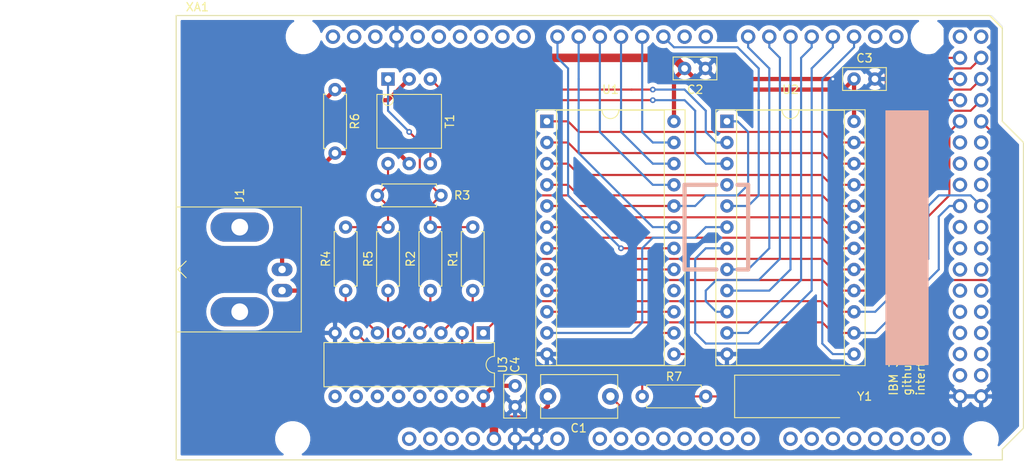
<source format=kicad_pcb>
(kicad_pcb (version 20171130) (host pcbnew 5.1.4)
  (layers (0 F.Cu signal) (31 B.Cu signal) (34 B.Paste user) (35 F.Paste user) (36 B.SilkS user) (37 F.SilkS user) (38 B.Mask user) (39 F.Mask user) (44 Edge.Cuts user))
  (net 0 "")
  (net 1 "Net-(C1-Pad1)")
  (net 2 "Net-(J1-Pad2)")
  (net 3 "Net-(J1-Pad1)")
  (net 4 D2)
  (net 5 D3)
  (net 6 D4)
  (net 7 D5)
  (net 8 D6)
  (net 9 D7)
  (net 10 D8)
  (net 11 D9)
  (net 12 D10)
  (net 13 D11)
  (net 14 GND)
  (net 15 "Net-(R1-Pad2)")
  (net 16 "Net-(R1-Pad1)")
  (net 17 "Net-(R2-Pad1)")
  (net 18 "Net-(R3-Pad2)")
  (net 19 "Net-(R4-Pad1)")
  (net 20 "Net-(R5-Pad1)")
  (net 21 "Net-(R7-Pad1)")
  (net 22 "Net-(T1-Pad5)")
  (net 23 "Net-(T1-Pad6)")
  (net 24 "Net-(U1-Pad13)")
  (net 25 "Net-(U1-Pad15)")
  (net 26 "Net-(U1-Pad17)")
  (net 27 "Net-(U1-Pad20)")
  (net 28 "Net-(U1-Pad11)")
  (net 29 TX19)
  (net 30 TX21)
  (net 31 TX22)
  (net 32 TX23)
  (net 33 RX11)
  (net 34 RX10)
  (net 35 RX9)
  (net 36 RX8)
  (net 37 RX7)
  (net 38 RX5)
  (net 39 RX13)
  (net 40 +5V)
  (net 41 TX18)
  (module arduino:Arduino_Mega2560_Shield (layer F.Cu) (at 143.51 71.12)
    (fp_text reference XA1 (at 2.54 -54.356) (layer F.SilkS))
    (fp_text value Arduino_Mega2560_Shield)
    (pad GND6 thru_hole oval (at 96.52 -7.62) (size 1.7272 1.7272) (drill 1.016) (layers *.Cu *.Mask) (net 14 GND))
    (pad GND5 thru_hole oval (at 93.98 -7.62) (size 1.7272 1.7272) (drill 1.016) (layers *.Cu *.Mask) (net 14 GND))
    (pad D53 thru_hole oval (at 96.52 -10.16) (size 1.7272 1.7272) (drill 1.016) (layers *.Cu *.Mask))
    (pad D52 thru_hole oval (at 93.98 -10.16) (size 1.7272 1.7272) (drill 1.016) (layers *.Cu *.Mask))
    (pad D51 thru_hole oval (at 96.52 -12.7) (size 1.7272 1.7272) (drill 1.016) (layers *.Cu *.Mask))
    (pad D50 thru_hole oval (at 93.98 -12.7) (size 1.7272 1.7272) (drill 1.016) (layers *.Cu *.Mask))
    (pad D49 thru_hole oval (at 96.52 -15.24) (size 1.7272 1.7272) (drill 1.016) (layers *.Cu *.Mask))
    (pad D48 thru_hole oval (at 93.98 -15.24) (size 1.7272 1.7272) (drill 1.016) (layers *.Cu *.Mask))
    (pad D47 thru_hole oval (at 96.52 -17.78) (size 1.7272 1.7272) (drill 1.016) (layers *.Cu *.Mask))
    (pad D46 thru_hole oval (at 93.98 -17.78) (size 1.7272 1.7272) (drill 1.016) (layers *.Cu *.Mask))
    (pad D45 thru_hole oval (at 96.52 -20.32) (size 1.7272 1.7272) (drill 1.016) (layers *.Cu *.Mask))
    (pad D44 thru_hole oval (at 93.98 -20.32) (size 1.7272 1.7272) (drill 1.016) (layers *.Cu *.Mask))
    (pad D43 thru_hole oval (at 96.52 -22.86) (size 1.7272 1.7272) (drill 1.016) (layers *.Cu *.Mask))
    (pad D42 thru_hole oval (at 93.98 -22.86) (size 1.7272 1.7272) (drill 1.016) (layers *.Cu *.Mask))
    (pad D41 thru_hole oval (at 96.52 -25.4) (size 1.7272 1.7272) (drill 1.016) (layers *.Cu *.Mask))
    (pad D40 thru_hole oval (at 93.98 -25.4) (size 1.7272 1.7272) (drill 1.016) (layers *.Cu *.Mask))
    (pad D39 thru_hole oval (at 96.52 -27.94) (size 1.7272 1.7272) (drill 1.016) (layers *.Cu *.Mask))
    (pad D38 thru_hole oval (at 93.98 -27.94) (size 1.7272 1.7272) (drill 1.016) (layers *.Cu *.Mask))
    (pad D37 thru_hole oval (at 96.52 -30.48) (size 1.7272 1.7272) (drill 1.016) (layers *.Cu *.Mask) (net 5 D3))
    (pad D36 thru_hole oval (at 93.98 -30.48) (size 1.7272 1.7272) (drill 1.016) (layers *.Cu *.Mask) (net 4 D2))
    (pad D35 thru_hole oval (at 96.52 -33.02) (size 1.7272 1.7272) (drill 1.016) (layers *.Cu *.Mask))
    (pad D34 thru_hole oval (at 93.98 -33.02) (size 1.7272 1.7272) (drill 1.016) (layers *.Cu *.Mask))
    (pad D33 thru_hole oval (at 96.52 -35.56) (size 1.7272 1.7272) (drill 1.016) (layers *.Cu *.Mask))
    (pad D32 thru_hole oval (at 93.98 -35.56) (size 1.7272 1.7272) (drill 1.016) (layers *.Cu *.Mask))
    (pad D31 thru_hole oval (at 96.52 -38.1) (size 1.7272 1.7272) (drill 1.016) (layers *.Cu *.Mask))
    (pad D30 thru_hole oval (at 93.98 -38.1) (size 1.7272 1.7272) (drill 1.016) (layers *.Cu *.Mask))
    (pad D29 thru_hole oval (at 96.52 -40.64) (size 1.7272 1.7272) (drill 1.016) (layers *.Cu *.Mask) (net 6 D4))
    (pad D28 thru_hole oval (at 93.98 -40.64) (size 1.7272 1.7272) (drill 1.016) (layers *.Cu *.Mask) (net 7 D5))
    (pad D27 thru_hole oval (at 96.52 -43.18) (size 1.7272 1.7272) (drill 1.016) (layers *.Cu *.Mask) (net 8 D6))
    (pad D26 thru_hole oval (at 93.98 -43.18) (size 1.7272 1.7272) (drill 1.016) (layers *.Cu *.Mask) (net 9 D7))
    (pad D25 thru_hole oval (at 96.52 -45.72) (size 1.7272 1.7272) (drill 1.016) (layers *.Cu *.Mask) (net 10 D8))
    (pad D24 thru_hole oval (at 93.98 -45.72) (size 1.7272 1.7272) (drill 1.016) (layers *.Cu *.Mask) (net 11 D9))
    (pad D23 thru_hole oval (at 96.52 -48.26) (size 1.7272 1.7272) (drill 1.016) (layers *.Cu *.Mask) (net 12 D10))
    (pad D22 thru_hole oval (at 93.98 -48.26) (size 1.7272 1.7272) (drill 1.016) (layers *.Cu *.Mask) (net 13 D11))
    (pad 5V4 thru_hole oval (at 96.52 -50.8) (size 1.7272 1.7272) (drill 1.016) (layers *.Cu *.Mask))
    (pad 5V3 thru_hole oval (at 93.98 -50.8) (size 1.7272 1.7272) (drill 1.016) (layers *.Cu *.Mask))
    (pad A15 thru_hole oval (at 91.44 -2.54) (size 1.7272 1.7272) (drill 1.016) (layers *.Cu *.Mask))
    (pad A14 thru_hole oval (at 88.9 -2.54) (size 1.7272 1.7272) (drill 1.016) (layers *.Cu *.Mask))
    (pad A13 thru_hole oval (at 86.36 -2.54) (size 1.7272 1.7272) (drill 1.016) (layers *.Cu *.Mask))
    (pad A12 thru_hole oval (at 83.82 -2.54) (size 1.7272 1.7272) (drill 1.016) (layers *.Cu *.Mask))
    (pad A11 thru_hole oval (at 81.28 -2.54) (size 1.7272 1.7272) (drill 1.016) (layers *.Cu *.Mask))
    (pad A10 thru_hole oval (at 78.74 -2.54) (size 1.7272 1.7272) (drill 1.016) (layers *.Cu *.Mask))
    (pad A9 thru_hole oval (at 76.2 -2.54) (size 1.7272 1.7272) (drill 1.016) (layers *.Cu *.Mask))
    (pad A8 thru_hole oval (at 73.66 -2.54) (size 1.7272 1.7272) (drill 1.016) (layers *.Cu *.Mask))
    (pad A7 thru_hole oval (at 68.58 -2.54) (size 1.7272 1.7272) (drill 1.016) (layers *.Cu *.Mask))
    (pad A6 thru_hole oval (at 66.04 -2.54) (size 1.7272 1.7272) (drill 1.016) (layers *.Cu *.Mask))
    (pad A5 thru_hole oval (at 63.5 -2.54) (size 1.7272 1.7272) (drill 1.016) (layers *.Cu *.Mask))
    (pad A4 thru_hole oval (at 60.96 -2.54) (size 1.7272 1.7272) (drill 1.016) (layers *.Cu *.Mask))
    (pad A3 thru_hole oval (at 58.42 -2.54) (size 1.7272 1.7272) (drill 1.016) (layers *.Cu *.Mask))
    (pad A2 thru_hole oval (at 55.88 -2.54) (size 1.7272 1.7272) (drill 1.016) (layers *.Cu *.Mask))
    (pad A1 thru_hole oval (at 53.34 -2.54) (size 1.7272 1.7272) (drill 1.016) (layers *.Cu *.Mask))
    (pad "" thru_hole oval (at 27.94 -2.54) (size 1.7272 1.7272) (drill 1.016) (layers *.Cu *.Mask))
    (pad D11 thru_hole oval (at 34.036 -50.8) (size 1.7272 1.7272) (drill 1.016) (layers *.Cu *.Mask))
    (pad D12 thru_hole oval (at 31.496 -50.8) (size 1.7272 1.7272) (drill 1.016) (layers *.Cu *.Mask))
    (pad D13 thru_hole oval (at 28.956 -50.8) (size 1.7272 1.7272) (drill 1.016) (layers *.Cu *.Mask))
    (pad AREF thru_hole oval (at 23.876 -50.8) (size 1.7272 1.7272) (drill 1.016) (layers *.Cu *.Mask))
    (pad SDA thru_hole oval (at 21.336 -50.8) (size 1.7272 1.7272) (drill 1.016) (layers *.Cu *.Mask))
    (pad SCL thru_hole oval (at 18.796 -50.8) (size 1.7272 1.7272) (drill 1.016) (layers *.Cu *.Mask))
    (pad "" np_thru_hole circle (at 13.97 -2.54) (size 3.2 3.2) (drill 3.2) (layers *.Cu *.Mask))
    (pad "" np_thru_hole circle (at 96.52 -2.54) (size 3.2 3.2) (drill 3.2) (layers *.Cu *.Mask))
    (pad "" np_thru_hole circle (at 15.24 -50.8) (size 3.2 3.2) (drill 3.2) (layers *.Cu *.Mask))
    (pad "" np_thru_hole circle (at 90.17 -50.8) (size 3.2 3.2) (drill 3.2) (layers *.Cu *.Mask))
    (pad D10 thru_hole oval (at 36.576 -50.8) (size 1.7272 1.7272) (drill 1.016) (layers *.Cu *.Mask))
    (pad D9 thru_hole oval (at 39.116 -50.8) (size 1.7272 1.7272) (drill 1.016) (layers *.Cu *.Mask))
    (pad D8 thru_hole oval (at 41.656 -50.8) (size 1.7272 1.7272) (drill 1.016) (layers *.Cu *.Mask))
    (pad GND1 thru_hole oval (at 26.416 -50.8) (size 1.7272 1.7272) (drill 1.016) (layers *.Cu *.Mask) (net 14 GND))
    (pad D7 thru_hole oval (at 45.72 -50.8) (size 1.7272 1.7272) (drill 1.016) (layers *.Cu *.Mask) (net 41 TX18))
    (pad D6 thru_hole oval (at 48.26 -50.8) (size 1.7272 1.7272) (drill 1.016) (layers *.Cu *.Mask) (net 29 TX19))
    (pad D5 thru_hole oval (at 50.8 -50.8) (size 1.7272 1.7272) (drill 1.016) (layers *.Cu *.Mask) (net 30 TX21))
    (pad D4 thru_hole oval (at 53.34 -50.8) (size 1.7272 1.7272) (drill 1.016) (layers *.Cu *.Mask) (net 31 TX22))
    (pad D3 thru_hole oval (at 55.88 -50.8) (size 1.7272 1.7272) (drill 1.016) (layers *.Cu *.Mask) (net 32 TX23))
    (pad D2 thru_hole oval (at 58.42 -50.8) (size 1.7272 1.7272) (drill 1.016) (layers *.Cu *.Mask) (net 38 RX5))
    (pad D1 thru_hole oval (at 60.96 -50.8) (size 1.7272 1.7272) (drill 1.016) (layers *.Cu *.Mask))
    (pad D0 thru_hole oval (at 63.5 -50.8) (size 1.7272 1.7272) (drill 1.016) (layers *.Cu *.Mask))
    (pad D14 thru_hole oval (at 68.58 -50.8) (size 1.7272 1.7272) (drill 1.016) (layers *.Cu *.Mask) (net 36 RX8))
    (pad D15 thru_hole oval (at 71.12 -50.8) (size 1.7272 1.7272) (drill 1.016) (layers *.Cu *.Mask) (net 34 RX10))
    (pad D16 thru_hole oval (at 73.66 -50.8) (size 1.7272 1.7272) (drill 1.016) (layers *.Cu *.Mask) (net 35 RX9))
    (pad D17 thru_hole oval (at 76.2 -50.8) (size 1.7272 1.7272) (drill 1.016) (layers *.Cu *.Mask) (net 33 RX11))
    (pad D18 thru_hole oval (at 78.74 -50.8) (size 1.7272 1.7272) (drill 1.016) (layers *.Cu *.Mask) (net 37 RX7))
    (pad D19 thru_hole oval (at 81.28 -50.8) (size 1.7272 1.7272) (drill 1.016) (layers *.Cu *.Mask) (net 39 RX13))
    (pad D20 thru_hole oval (at 83.82 -50.8) (size 1.7272 1.7272) (drill 1.016) (layers *.Cu *.Mask))
    (pad D21 thru_hole oval (at 86.36 -50.8) (size 1.7272 1.7272) (drill 1.016) (layers *.Cu *.Mask))
    (pad IORF thru_hole oval (at 30.48 -2.54) (size 1.7272 1.7272) (drill 1.016) (layers *.Cu *.Mask))
    (pad RST1 thru_hole oval (at 33.02 -2.54) (size 1.7272 1.7272) (drill 1.016) (layers *.Cu *.Mask))
    (pad 3V3 thru_hole oval (at 35.56 -2.54) (size 1.7272 1.7272) (drill 1.016) (layers *.Cu *.Mask))
    (pad 5V1 thru_hole oval (at 38.1 -2.54) (size 1.7272 1.7272) (drill 1.016) (layers *.Cu *.Mask) (net 40 +5V))
    (pad GND2 thru_hole oval (at 40.64 -2.54) (size 1.7272 1.7272) (drill 1.016) (layers *.Cu *.Mask) (net 14 GND))
    (pad GND3 thru_hole oval (at 43.18 -2.54) (size 1.7272 1.7272) (drill 1.016) (layers *.Cu *.Mask) (net 14 GND))
    (pad VIN thru_hole oval (at 45.72 -2.54) (size 1.7272 1.7272) (drill 1.016) (layers *.Cu *.Mask))
    (pad A0 thru_hole oval (at 50.8 -2.54) (size 1.7272 1.7272) (drill 1.016) (layers *.Cu *.Mask))
  )
  (module Package_DIP:DIP-16_W7.62mm (layer F.Cu) (at 180.34 55.88 270)
    (fp_text reference U3 (at 3.81 -2.33 90) (layer F.SilkS))
    (fp_text value DS3487)
    (pad 1 thru_hole rect (at 0 0 270) (size 1.6 1.6) (drill 0.8) (layers *.Cu *.Mask) (net 25 "Net-(U1-Pad15)"))
    (pad 9 thru_hole oval (at 7.62 17.78 270) (size 1.6 1.6) (drill 0.8) (layers *.Cu *.Mask))
    (pad 2 thru_hole oval (at 0 2.54 270) (size 1.6 1.6) (drill 0.8) (layers *.Cu *.Mask) (net 20 "Net-(R5-Pad1)"))
    (pad 10 thru_hole oval (at 7.62 15.24 270) (size 1.6 1.6) (drill 0.8) (layers *.Cu *.Mask))
    (pad 3 thru_hole oval (at 0 5.08 270) (size 1.6 1.6) (drill 0.8) (layers *.Cu *.Mask) (net 16 "Net-(R1-Pad1)"))
    (pad 11 thru_hole oval (at 7.62 12.7 270) (size 1.6 1.6) (drill 0.8) (layers *.Cu *.Mask))
    (pad 4 thru_hole oval (at 0 7.62 270) (size 1.6 1.6) (drill 0.8) (layers *.Cu *.Mask) (net 27 "Net-(U1-Pad20)"))
    (pad 12 thru_hole oval (at 7.62 10.16 270) (size 1.6 1.6) (drill 0.8) (layers *.Cu *.Mask))
    (pad 5 thru_hole oval (at 0 10.16 270) (size 1.6 1.6) (drill 0.8) (layers *.Cu *.Mask) (net 17 "Net-(R2-Pad1)"))
    (pad 13 thru_hole oval (at 7.62 7.62 270) (size 1.6 1.6) (drill 0.8) (layers *.Cu *.Mask))
    (pad 6 thru_hole oval (at 0 12.7 270) (size 1.6 1.6) (drill 0.8) (layers *.Cu *.Mask) (net 19 "Net-(R4-Pad1)"))
    (pad 14 thru_hole oval (at 7.62 5.08 270) (size 1.6 1.6) (drill 0.8) (layers *.Cu *.Mask))
    (pad 7 thru_hole oval (at 0 15.24 270) (size 1.6 1.6) (drill 0.8) (layers *.Cu *.Mask) (net 26 "Net-(U1-Pad17)"))
    (pad 15 thru_hole oval (at 7.62 2.54 270) (size 1.6 1.6) (drill 0.8) (layers *.Cu *.Mask))
    (pad 8 thru_hole oval (at 0 17.78 270) (size 1.6 1.6) (drill 0.8) (layers *.Cu *.Mask) (net 14 GND))
    (pad 16 thru_hole oval (at 7.62 0 270) (size 1.6 1.6) (drill 0.8) (layers *.Cu *.Mask) (net 40 +5V))
  )
  (module Resistor_THT:R_Axial_DIN0207_L6.3mm_D2.5mm_P7.62mm_Horizontal (layer F.Cu) (at 175.26 39.37 180)
    (fp_text reference R3 (at -2.54 0) (layer F.SilkS))
    (fp_text value 510)
    (pad 2 thru_hole oval (at 7.62 0 180) (size 1.6 1.6) (drill 0.8) (layers *.Cu *.Mask) (net 18 "Net-(R3-Pad2)"))
    (pad 1 thru_hole circle (at 0 0 180) (size 1.6 1.6) (drill 0.8) (layers *.Cu *.Mask) (net 15 "Net-(R1-Pad2)"))
  )
  (module Resistor_THT:R_Axial_DIN0207_L6.3mm_D2.5mm_P7.62mm_Horizontal (layer F.Cu) (at 173.99 50.8 90)
    (fp_text reference R2 (at 3.81 -2.37 90) (layer F.SilkS))
    (fp_text value 33)
    (pad 1 thru_hole circle (at 0 0 90) (size 1.6 1.6) (drill 0.8) (layers *.Cu *.Mask) (net 17 "Net-(R2-Pad1)"))
    (pad 2 thru_hole oval (at 7.62 0 90) (size 1.6 1.6) (drill 0.8) (layers *.Cu *.Mask) (net 15 "Net-(R1-Pad2)"))
  )
  (module Resistor_THT:R_Axial_DIN0207_L6.3mm_D2.5mm_P7.62mm_Horizontal (layer F.Cu) (at 179.07 50.8 90)
    (fp_text reference R1 (at 3.81 -2.37 90) (layer F.SilkS))
    (fp_text value 150)
    (pad 2 thru_hole oval (at 7.62 0 90) (size 1.6 1.6) (drill 0.8) (layers *.Cu *.Mask) (net 15 "Net-(R1-Pad2)"))
    (pad 1 thru_hole circle (at 0 0 90) (size 1.6 1.6) (drill 0.8) (layers *.Cu *.Mask) (net 16 "Net-(R1-Pad1)"))
  )
  (module Resistor_THT:R_Axial_DIN0207_L6.3mm_D2.5mm_P7.62mm_Horizontal (layer F.Cu) (at 168.91 50.8 90)
    (fp_text reference R5 (at 3.81 -2.37 90) (layer F.SilkS))
    (fp_text value 150)
    (pad 1 thru_hole circle (at 0 0 90) (size 1.6 1.6) (drill 0.8) (layers *.Cu *.Mask) (net 20 "Net-(R5-Pad1)"))
    (pad 2 thru_hole oval (at 7.62 0 90) (size 1.6 1.6) (drill 0.8) (layers *.Cu *.Mask) (net 18 "Net-(R3-Pad2)"))
  )
  (module Resistor_THT:R_Axial_DIN0207_L6.3mm_D2.5mm_P7.62mm_Horizontal (layer F.Cu) (at 163.83 50.8 90)
    (fp_text reference R4 (at 3.81 -2.37 90) (layer F.SilkS))
    (fp_text value 33)
    (pad 2 thru_hole oval (at 7.62 0 90) (size 1.6 1.6) (drill 0.8) (layers *.Cu *.Mask) (net 18 "Net-(R3-Pad2)"))
    (pad 1 thru_hole circle (at 0 0 90) (size 1.6 1.6) (drill 0.8) (layers *.Cu *.Mask) (net 19 "Net-(R4-Pad1)"))
  )
  (module library:PE_TH6 (layer F.Cu) (at 173.99 25.4 270)
    (fp_text reference T1 (at 5.08 -2.33 90) (layer F.SilkS))
    (fp_text value PE-5762)
    (pad 6 thru_hole oval (at 10.16 0 270) (size 1.6 1.6) (drill 0.8) (layers *.Cu *.Mask) (net 23 "Net-(T1-Pad6)"))
    (pad 3 thru_hole oval (at 0 2.54 270) (size 1.6 1.6) (drill 0.8) (layers *.Cu *.Mask) (net 3 "Net-(J1-Pad1)"))
    (pad 5 thru_hole oval (at 0 0 270) (size 1.6 1.6) (drill 0.8) (layers *.Cu *.Mask) (net 22 "Net-(T1-Pad5)"))
    (pad 2 thru_hole oval (at 10.16 5.08 270) (size 1.6 1.6) (drill 0.8) (layers *.Cu *.Mask) (net 18 "Net-(R3-Pad2)"))
    (pad 4 thru_hole oval (at 10.16 2.54 270) (size 1.6 1.6) (drill 0.8) (layers *.Cu *.Mask) (net 2 "Net-(J1-Pad2)"))
    (pad 1 thru_hole rect (at 0 5.08 270) (size 1.6 1.6) (drill 0.8) (layers *.Cu *.Mask) (net 15 "Net-(R1-Pad2)"))
  )
  (module Crystal:Crystal_SMD_HC49-SD (layer F.Cu) (at 217.17 63.5)
    (fp_text reference Y1 (at 8.89 0) (layer F.SilkS))
    (fp_text value Crystal)
    (pad 2 smd rect (at 4.25 0) (size 4.5 2) (layers F.Cu F.Paste F.Mask) (net 24 "Net-(U1-Pad13)"))
    (pad 1 smd rect (at -4.25 0) (size 4.5 2) (layers F.Cu F.Paste F.Mask) (net 1 "Net-(C1-Pad1)"))
  )
  (module Capacitor_THT:C_Disc_D5.0mm_W2.5mm_P2.50mm (layer F.Cu) (at 184.15 62.23 270)
    (fp_text reference C4 (at -2.54 0 90) (layer F.SilkS))
    (fp_text value "0.1 uF")
    (pad 2 thru_hole circle (at 2.5 0 270) (size 1.6 1.6) (drill 0.8) (layers *.Cu *.Mask) (net 14 GND))
    (pad 1 thru_hole circle (at 0 0 270) (size 1.6 1.6) (drill 0.8) (layers *.Cu *.Mask) (net 40 +5V))
  )
  (module Capacitor_THT:C_Disc_D5.0mm_W2.5mm_P2.50mm (layer F.Cu) (at 224.79 25.4)
    (fp_text reference C3 (at 1.25 -2.5) (layer F.SilkS))
    (fp_text value "0.1 uF")
    (pad 2 thru_hole circle (at 2.5 0) (size 1.6 1.6) (drill 0.8) (layers *.Cu *.Mask) (net 14 GND))
    (pad 1 thru_hole circle (at 0 0) (size 1.6 1.6) (drill 0.8) (layers *.Cu *.Mask) (net 40 +5V))
  )
  (module Capacitor_THT:C_Disc_D5.0mm_W2.5mm_P2.50mm (layer F.Cu) (at 204.47 24.13)
    (fp_text reference C2 (at 1.27 2.54) (layer F.SilkS))
    (fp_text value "0.1 uF")
    (pad 2 thru_hole circle (at 2.5 0) (size 1.6 1.6) (drill 0.8) (layers *.Cu *.Mask) (net 14 GND))
    (pad 1 thru_hole circle (at 0 0) (size 1.6 1.6) (drill 0.8) (layers *.Cu *.Mask) (net 40 +5V))
  )
  (module Capacitor_THT:C_Disc_D9.0mm_W5.0mm_P7.50mm (layer F.Cu) (at 195.58 63.5 180)
    (fp_text reference C1 (at 3.81 -3.81) (layer F.SilkS))
    (fp_text value "30 pF")
    (pad 2 thru_hole circle (at 7.5 0 180) (size 2 2) (drill 1) (layers *.Cu *.Mask) (net 40 +5V))
    (pad 1 thru_hole circle (at 0 0 180) (size 2 2) (drill 1) (layers *.Cu *.Mask) (net 1 "Net-(C1-Pad1)"))
  )
  (module Package_DIP:DIP-24_W15.24mm_Socket (layer F.Cu) (at 187.96 30.48)
    (fp_text reference U1 (at 7.62 -3.81) (layer F.SilkS))
    (fp_text value DP8340)
    (pad 1 thru_hole rect (at 0 0) (size 1.6 1.6) (drill 0.8) (layers *.Cu *.Mask) (net 13 D11))
    (pad 13 thru_hole oval (at 15.24 27.94) (size 1.6 1.6) (drill 0.8) (layers *.Cu *.Mask) (net 24 "Net-(U1-Pad13)"))
    (pad 2 thru_hole oval (at 0 2.54) (size 1.6 1.6) (drill 0.8) (layers *.Cu *.Mask) (net 12 D10))
    (pad 14 thru_hole oval (at 15.24 25.4) (size 1.6 1.6) (drill 0.8) (layers *.Cu *.Mask) (net 21 "Net-(R7-Pad1)"))
    (pad 3 thru_hole oval (at 0 5.08) (size 1.6 1.6) (drill 0.8) (layers *.Cu *.Mask) (net 11 D9))
    (pad 15 thru_hole oval (at 15.24 22.86) (size 1.6 1.6) (drill 0.8) (layers *.Cu *.Mask) (net 25 "Net-(U1-Pad15)"))
    (pad 4 thru_hole oval (at 0 7.62) (size 1.6 1.6) (drill 0.8) (layers *.Cu *.Mask) (net 10 D8))
    (pad 16 thru_hole oval (at 15.24 20.32) (size 1.6 1.6) (drill 0.8) (layers *.Cu *.Mask))
    (pad 5 thru_hole oval (at 0 10.16) (size 1.6 1.6) (drill 0.8) (layers *.Cu *.Mask) (net 9 D7))
    (pad 17 thru_hole oval (at 15.24 17.78) (size 1.6 1.6) (drill 0.8) (layers *.Cu *.Mask) (net 26 "Net-(U1-Pad17)"))
    (pad 6 thru_hole oval (at 0 12.7) (size 1.6 1.6) (drill 0.8) (layers *.Cu *.Mask) (net 8 D6))
    (pad 18 thru_hole oval (at 15.24 15.24) (size 1.6 1.6) (drill 0.8) (layers *.Cu *.Mask) (net 41 TX18))
    (pad 7 thru_hole oval (at 0 15.24) (size 1.6 1.6) (drill 0.8) (layers *.Cu *.Mask) (net 7 D5))
    (pad 19 thru_hole oval (at 15.24 12.7) (size 1.6 1.6) (drill 0.8) (layers *.Cu *.Mask) (net 29 TX19))
    (pad 8 thru_hole oval (at 0 17.78) (size 1.6 1.6) (drill 0.8) (layers *.Cu *.Mask) (net 6 D4))
    (pad 20 thru_hole oval (at 15.24 10.16) (size 1.6 1.6) (drill 0.8) (layers *.Cu *.Mask) (net 27 "Net-(U1-Pad20)"))
    (pad 9 thru_hole oval (at 0 20.32) (size 1.6 1.6) (drill 0.8) (layers *.Cu *.Mask) (net 5 D3))
    (pad 21 thru_hole oval (at 15.24 7.62) (size 1.6 1.6) (drill 0.8) (layers *.Cu *.Mask) (net 30 TX21))
    (pad 10 thru_hole oval (at 0 22.86) (size 1.6 1.6) (drill 0.8) (layers *.Cu *.Mask) (net 4 D2))
    (pad 22 thru_hole oval (at 15.24 5.08) (size 1.6 1.6) (drill 0.8) (layers *.Cu *.Mask) (net 31 TX22))
    (pad 11 thru_hole oval (at 0 25.4) (size 1.6 1.6) (drill 0.8) (layers *.Cu *.Mask) (net 28 "Net-(U1-Pad11)"))
    (pad 23 thru_hole oval (at 15.24 2.54) (size 1.6 1.6) (drill 0.8) (layers *.Cu *.Mask) (net 32 TX23))
    (pad 12 thru_hole oval (at 0 27.94) (size 1.6 1.6) (drill 0.8) (layers *.Cu *.Mask) (net 14 GND))
    (pad 24 thru_hole oval (at 15.24 0) (size 1.6 1.6) (drill 0.8) (layers *.Cu *.Mask) (net 40 +5V))
  )
  (module Package_DIP:DIP-24_W15.24mm_Socket (layer F.Cu) (at 209.55 30.48)
    (fp_text reference U2 (at 7.62 -3.81) (layer F.SilkS))
    (fp_text value DP8341)
    (pad 24 thru_hole oval (at 15.24 0) (size 1.6 1.6) (drill 0.8) (layers *.Cu *.Mask) (net 40 +5V))
    (pad 12 thru_hole oval (at 0 27.94) (size 1.6 1.6) (drill 0.8) (layers *.Cu *.Mask) (net 14 GND))
    (pad 23 thru_hole oval (at 15.24 2.54) (size 1.6 1.6) (drill 0.8) (layers *.Cu *.Mask) (net 13 D11))
    (pad 11 thru_hole oval (at 0 25.4) (size 1.6 1.6) (drill 0.8) (layers *.Cu *.Mask) (net 33 RX11))
    (pad 22 thru_hole oval (at 15.24 5.08) (size 1.6 1.6) (drill 0.8) (layers *.Cu *.Mask) (net 12 D10))
    (pad 10 thru_hole oval (at 0 22.86) (size 1.6 1.6) (drill 0.8) (layers *.Cu *.Mask) (net 34 RX10))
    (pad 21 thru_hole oval (at 15.24 7.62) (size 1.6 1.6) (drill 0.8) (layers *.Cu *.Mask) (net 11 D9))
    (pad 9 thru_hole oval (at 0 20.32) (size 1.6 1.6) (drill 0.8) (layers *.Cu *.Mask) (net 35 RX9))
    (pad 20 thru_hole oval (at 15.24 10.16) (size 1.6 1.6) (drill 0.8) (layers *.Cu *.Mask) (net 10 D8))
    (pad 8 thru_hole oval (at 0 17.78) (size 1.6 1.6) (drill 0.8) (layers *.Cu *.Mask) (net 36 RX8))
    (pad 19 thru_hole oval (at 15.24 12.7) (size 1.6 1.6) (drill 0.8) (layers *.Cu *.Mask) (net 9 D7))
    (pad 7 thru_hole oval (at 0 15.24) (size 1.6 1.6) (drill 0.8) (layers *.Cu *.Mask) (net 37 RX7))
    (pad 18 thru_hole oval (at 15.24 15.24) (size 1.6 1.6) (drill 0.8) (layers *.Cu *.Mask) (net 8 D6))
    (pad 6 thru_hole oval (at 0 12.7) (size 1.6 1.6) (drill 0.8) (layers *.Cu *.Mask) (net 28 "Net-(U1-Pad11)"))
    (pad 17 thru_hole oval (at 15.24 17.78) (size 1.6 1.6) (drill 0.8) (layers *.Cu *.Mask) (net 7 D5))
    (pad 5 thru_hole oval (at 0 10.16) (size 1.6 1.6) (drill 0.8) (layers *.Cu *.Mask) (net 38 RX5))
    (pad 16 thru_hole oval (at 15.24 20.32) (size 1.6 1.6) (drill 0.8) (layers *.Cu *.Mask) (net 6 D4))
    (pad 4 thru_hole oval (at 0 7.62) (size 1.6 1.6) (drill 0.8) (layers *.Cu *.Mask))
    (pad 15 thru_hole oval (at 15.24 22.86) (size 1.6 1.6) (drill 0.8) (layers *.Cu *.Mask) (net 5 D3))
    (pad 3 thru_hole oval (at 0 5.08) (size 1.6 1.6) (drill 0.8) (layers *.Cu *.Mask) (net 23 "Net-(T1-Pad6)"))
    (pad 14 thru_hole oval (at 15.24 25.4) (size 1.6 1.6) (drill 0.8) (layers *.Cu *.Mask) (net 4 D2))
    (pad 2 thru_hole oval (at 0 2.54) (size 1.6 1.6) (drill 0.8) (layers *.Cu *.Mask) (net 22 "Net-(T1-Pad5)"))
    (pad 13 thru_hole oval (at 15.24 27.94) (size 1.6 1.6) (drill 0.8) (layers *.Cu *.Mask) (net 39 RX13))
    (pad 1 thru_hole rect (at 0 0) (size 1.6 1.6) (drill 0.8) (layers *.Cu *.Mask) (net 27 "Net-(U1-Pad20)"))
  )
  (module Connector_Coaxial:BNC_Amphenol_B6252HB-NPP3G-50_Horizontal (layer F.Cu) (at 156.21 48.26 90)
    (fp_text reference J1 (at 8.89 -5.08 90) (layer F.SilkS))
    (fp_text value RG62)
    (pad 2 thru_hole oval (at -5.08 -5.08 90) (size 3.5 7) (drill 2.01) (layers *.Cu *.Mask) (net 2 "Net-(J1-Pad2)"))
    (pad 2 thru_hole oval (at 5.08 -5.08 90) (size 3.5 7) (drill 2.01) (layers *.Cu *.Mask) (net 2 "Net-(J1-Pad2)"))
    (pad 1 thru_hole oval (at 0 0 90) (size 1.6 2.5) (drill 0.89) (layers *.Cu *.Mask) (net 3 "Net-(J1-Pad1)"))
    (pad 2 thru_hole oval (at -2.54 0 90) (size 1.6 2.5) (drill 0.89) (layers *.Cu *.Mask) (net 2 "Net-(J1-Pad2)"))
  )
  (module Resistor_THT:R_Axial_DIN0207_L6.3mm_D2.5mm_P7.62mm_Horizontal (layer F.Cu) (at 162.56 26.67 270)
    (fp_text reference R6 (at 3.81 -2.37 90) (layer F.SilkS))
    (fp_text value 120)
    (pad 1 thru_hole circle (at 0 0 270) (size 1.6 1.6) (drill 0.8) (layers *.Cu *.Mask) (net 3 "Net-(J1-Pad1)"))
    (pad 2 thru_hole oval (at 7.62 0 270) (size 1.6 1.6) (drill 0.8) (layers *.Cu *.Mask) (net 2 "Net-(J1-Pad2)"))
  )
  (module Resistor_THT:R_Axial_DIN0207_L6.3mm_D2.5mm_P7.62mm_Horizontal (layer F.Cu) (at 199.39 63.5)
    (fp_text reference R7 (at 3.81 -2.37) (layer F.SilkS))
    (fp_text value 500)
    (pad 1 thru_hole circle (at 0 0) (size 1.6 1.6) (drill 0.8) (layers *.Cu *.Mask) (net 21 "Net-(R7-Pad1)"))
    (pad 2 thru_hole oval (at 7.62 0) (size 1.6 1.6) (drill 0.8) (layers *.Cu *.Mask) (net 1 "Net-(C1-Pad1)"))
  )
  (gr_line (start 204.47 38.1) (end 204.47 48.26) (layer B.SilkS) (width 0.508))
  (gr_line (start 212.09 38.1) (end 210.82 38.1) (layer B.SilkS) (width 0.508))
  (gr_line (start 210.82 48.26) (end 212.09 48.26) (layer B.SilkS) (width 0.508))
  (gr_line (start 204.47 48.26) (end 208.28 48.26) (layer B.SilkS) (width 0.508))
  (gr_line (start 208.28 38.1) (end 204.47 38.1) (layer B.SilkS) (width 0.508))
  (gr_line (start 212.09 38.1) (end 212.09 48.26) (layer B.SilkS) (width 0.508))
  (gr_poly (pts (xy 228.6 59.69) (xy 233.68 59.69) (xy 233.68 29.21) (xy 228.6 29.21)) (layer B.SilkS) (width 0.1))
  (gr_text "IBM 3270 Interface\ngithub.com/lowobservable/coax-interface\ninterface1 - Rev 1B" (at 231.14 63.5 90) (layer F.SilkS) (effects (font (size 1 1)) (justify left)))
  (gr_line (start 143.51 71.12) (end 143.51 17.78) (layer Edge.Cuts) (width 0.05))
  (gr_line (start 242.57 71.12) (end 143.51 71.12) (layer Edge.Cuts) (width 0.05))
  (gr_line (start 242.57 69.85) (end 242.57 71.12) (layer Edge.Cuts) (width 0.05))
  (gr_line (start 245.11 67.31) (end 242.57 69.85) (layer Edge.Cuts) (width 0.05))
  (gr_line (start 245.11 33.02) (end 245.11 67.31) (layer Edge.Cuts) (width 0.05))
  (gr_line (start 242.57 30.48) (end 245.11 33.02) (layer Edge.Cuts) (width 0.05))
  (gr_line (start 242.57 19.05) (end 242.57 30.48) (layer Edge.Cuts) (width 0.05))
  (gr_line (start 241.3 17.78) (end 242.57 19.05) (layer Edge.Cuts) (width 0.05))
  (gr_line (start 143.51 17.78) (end 241.3 17.78) (layer Edge.Cuts) (width 0.05))
  (segment (start 204.47 63.5) (end 211.2325 63.5) (width 0.254) (layer F.Cu) (net 1))
  (segment (start 201.93 66.04) (end 204.47 63.5) (width 0.254) (layer F.Cu) (net 1))
  (segment (start 195.58 63.5) (end 198.12 66.04) (width 0.254) (layer F.Cu) (net 1))
  (segment (start 198.12 66.04) (end 201.93 66.04) (width 0.254) (layer F.Cu) (net 1))
  (segment (start 160.02 36.83) (end 162.56 34.29) (width 0.508) (layer F.Cu) (net 2))
  (segment (start 160.02 49.53) (end 160.02 36.83) (width 0.508) (layer F.Cu) (net 2))
  (segment (start 156.21 50.8) (end 158.75 50.8) (width 0.508) (layer F.Cu) (net 2))
  (segment (start 158.75 50.8) (end 160.02 49.53) (width 0.508) (layer F.Cu) (net 2))
  (segment (start 165.1 34.29) (end 162.56 34.29) (width 0.508) (layer F.Cu) (net 2))
  (segment (start 168.91 33.02) (end 166.37 33.02) (width 0.508) (layer F.Cu) (net 2))
  (segment (start 171.45 35.56) (end 168.91 33.02) (width 0.508) (layer F.Cu) (net 2))
  (segment (start 166.37 33.02) (end 165.1 34.29) (width 0.508) (layer F.Cu) (net 2))
  (segment (start 156.21 33.02) (end 156.21 48.26) (width 0.508) (layer F.Cu) (net 3))
  (segment (start 162.56 26.67) (end 156.21 33.02) (width 0.508) (layer F.Cu) (net 3))
  (segment (start 162.56 26.67) (end 165.1 26.67) (width 0.508) (layer F.Cu) (net 3))
  (segment (start 168.91 27.94) (end 171.45 25.4) (width 0.508) (layer F.Cu) (net 3))
  (segment (start 165.1 26.67) (end 166.37 27.94) (width 0.508) (layer F.Cu) (net 3))
  (segment (start 166.37 27.94) (end 168.91 27.94) (width 0.508) (layer F.Cu) (net 3))
  (segment (start 224.79 55.88) (end 227.33 55.88) (width 0.254) (layer B.Cu) (net 4))
  (segment (start 224.79 55.88) (end 222.25 55.88) (width 0.254) (layer F.Cu) (net 4))
  (segment (start 222.25 55.88) (end 220.98 54.61) (width 0.254) (layer F.Cu) (net 4))
  (segment (start 187.96 53.34) (end 190.5 53.34) (width 0.254) (layer F.Cu) (net 4))
  (segment (start 190.5 53.34) (end 191.77 54.61) (width 0.254) (layer F.Cu) (net 4))
  (segment (start 191.77 54.61) (end 220.98 54.61) (width 0.254) (layer F.Cu) (net 4))
  (segment (start 227.33 55.88) (end 234.95 48.26) (width 0.254) (layer B.Cu) (net 4))
  (segment (start 234.95 48.26) (end 234.95 41.91) (width 0.254) (layer B.Cu) (net 4))
  (segment (start 234.95 41.91) (end 236.22 40.64) (width 0.254) (layer B.Cu) (net 4))
  (segment (start 236.22 40.64) (end 237.49 40.64) (width 0.254) (layer B.Cu) (net 4))
  (segment (start 224.79 53.34) (end 227.33 53.34) (width 0.254) (layer B.Cu) (net 5))
  (segment (start 187.96 50.8) (end 190.5 50.8) (width 0.254) (layer F.Cu) (net 5))
  (segment (start 190.5 50.8) (end 191.77 52.07) (width 0.254) (layer F.Cu) (net 5))
  (segment (start 191.77 52.07) (end 220.98 52.07) (width 0.254) (layer F.Cu) (net 5))
  (segment (start 220.98 52.07) (end 222.25 53.34) (width 0.254) (layer F.Cu) (net 5))
  (segment (start 222.25 53.34) (end 224.79 53.34) (width 0.254) (layer F.Cu) (net 5))
  (segment (start 227.33 53.34) (end 233.68 46.99) (width 0.254) (layer B.Cu) (net 5))
  (segment (start 238.76 39.37) (end 240.03 40.64) (width 0.254) (layer B.Cu) (net 5))
  (segment (start 234.95 39.37) (end 238.76 39.37) (width 0.254) (layer B.Cu) (net 5))
  (segment (start 233.68 40.64) (end 234.95 39.37) (width 0.254) (layer B.Cu) (net 5))
  (segment (start 233.68 46.99) (end 233.68 40.64) (width 0.254) (layer B.Cu) (net 5))
  (segment (start 224.79 50.8) (end 222.25 50.8) (width 0.254) (layer F.Cu) (net 6))
  (segment (start 222.25 50.8) (end 220.98 49.53) (width 0.254) (layer F.Cu) (net 6))
  (segment (start 220.98 49.53) (end 191.77 49.53) (width 0.254) (layer F.Cu) (net 6))
  (segment (start 191.77 49.53) (end 190.5 48.26) (width 0.254) (layer F.Cu) (net 6))
  (segment (start 190.5 48.26) (end 187.96 48.26) (width 0.254) (layer F.Cu) (net 6))
  (segment (start 234.95 50.8) (end 224.79 50.8) (width 0.254) (layer F.Cu) (net 6))
  (segment (start 236.22 49.53) (end 234.95 50.8) (width 0.254) (layer F.Cu) (net 6))
  (segment (start 241.3 49.53) (end 236.22 49.53) (width 0.254) (layer F.Cu) (net 6))
  (segment (start 242.57 48.26) (end 241.3 49.53) (width 0.254) (layer F.Cu) (net 6))
  (segment (start 242.57 33.02) (end 242.57 48.26) (width 0.254) (layer F.Cu) (net 6))
  (segment (start 240.03 30.48) (end 242.57 33.02) (width 0.254) (layer F.Cu) (net 6))
  (segment (start 237.49 30.48) (end 236.22 31.75) (width 0.254) (layer F.Cu) (net 7))
  (segment (start 236.22 31.75) (end 236.22 39.37) (width 0.254) (layer F.Cu) (net 7))
  (segment (start 236.22 39.37) (end 227.33 48.26) (width 0.254) (layer F.Cu) (net 7))
  (segment (start 227.33 48.26) (end 224.79 48.26) (width 0.254) (layer F.Cu) (net 7))
  (segment (start 187.96 45.72) (end 190.5 45.72) (width 0.254) (layer F.Cu) (net 7))
  (segment (start 190.5 45.72) (end 191.77 46.99) (width 0.254) (layer F.Cu) (net 7))
  (segment (start 191.77 46.99) (end 220.98 46.99) (width 0.254) (layer F.Cu) (net 7))
  (segment (start 220.98 46.99) (end 222.25 48.26) (width 0.254) (layer F.Cu) (net 7))
  (segment (start 222.25 48.26) (end 224.79 48.26) (width 0.254) (layer F.Cu) (net 7))
  (segment (start 224.79 45.72) (end 227.33 45.72) (width 0.254) (layer F.Cu) (net 8))
  (segment (start 227.33 45.72) (end 234.95 38.1) (width 0.254) (layer F.Cu) (net 8))
  (segment (start 234.95 38.1) (end 234.95 30.48) (width 0.254) (layer F.Cu) (net 8))
  (segment (start 234.95 30.48) (end 236.22 29.21) (width 0.254) (layer F.Cu) (net 8))
  (segment (start 236.22 29.21) (end 238.76 29.21) (width 0.254) (layer F.Cu) (net 8))
  (segment (start 238.76 29.21) (end 240.03 27.94) (width 0.254) (layer F.Cu) (net 8))
  (segment (start 224.79 45.72) (end 222.25 45.72) (width 0.254) (layer F.Cu) (net 8))
  (segment (start 222.25 45.72) (end 220.98 44.45) (width 0.254) (layer F.Cu) (net 8))
  (segment (start 220.98 44.45) (end 191.77 44.45) (width 0.254) (layer F.Cu) (net 8))
  (segment (start 191.77 44.45) (end 190.5 43.18) (width 0.254) (layer F.Cu) (net 8))
  (segment (start 190.5 43.18) (end 187.96 43.18) (width 0.254) (layer F.Cu) (net 8))
  (segment (start 227.33 43.18) (end 233.68 36.83) (width 0.254) (layer F.Cu) (net 9))
  (segment (start 233.68 36.83) (end 233.68 29.21) (width 0.254) (layer F.Cu) (net 9))
  (segment (start 224.79 43.18) (end 227.33 43.18) (width 0.254) (layer F.Cu) (net 9))
  (segment (start 233.68 29.21) (end 234.95 27.94) (width 0.254) (layer F.Cu) (net 9))
  (segment (start 234.95 27.94) (end 237.49 27.94) (width 0.254) (layer F.Cu) (net 9))
  (segment (start 220.891001 41.998999) (end 222.072002 43.18) (width 0.254) (layer F.Cu) (net 9))
  (segment (start 222.072002 43.18) (end 224.79 43.18) (width 0.254) (layer F.Cu) (net 9))
  (segment (start 191.858999 41.998999) (end 220.891001 41.998999) (width 0.254) (layer F.Cu) (net 9))
  (segment (start 187.96 40.64) (end 190.5 40.64) (width 0.254) (layer F.Cu) (net 9))
  (segment (start 190.5 40.64) (end 191.858999 41.998999) (width 0.254) (layer F.Cu) (net 9))
  (segment (start 238.76 26.67) (end 240.03 25.4) (width 0.254) (layer F.Cu) (net 10))
  (segment (start 227.33 40.64) (end 232.41 35.56) (width 0.254) (layer F.Cu) (net 10))
  (segment (start 233.68 26.67) (end 238.76 26.67) (width 0.254) (layer F.Cu) (net 10))
  (segment (start 224.79 40.64) (end 227.33 40.64) (width 0.254) (layer F.Cu) (net 10))
  (segment (start 232.41 35.56) (end 232.41 27.94) (width 0.254) (layer F.Cu) (net 10))
  (segment (start 232.41 27.94) (end 233.68 26.67) (width 0.254) (layer F.Cu) (net 10))
  (segment (start 187.96 38.1) (end 190.5 38.1) (width 0.254) (layer F.Cu) (net 10))
  (segment (start 190.5 38.1) (end 191.77 39.37) (width 0.254) (layer F.Cu) (net 10))
  (segment (start 191.77 39.37) (end 220.98 39.37) (width 0.254) (layer F.Cu) (net 10))
  (segment (start 220.98 39.37) (end 222.25 40.64) (width 0.254) (layer F.Cu) (net 10))
  (segment (start 222.25 40.64) (end 224.79 40.64) (width 0.254) (layer F.Cu) (net 10))
  (segment (start 227.33 38.1) (end 231.14 34.29) (width 0.254) (layer F.Cu) (net 11))
  (segment (start 231.14 34.29) (end 231.14 26.67) (width 0.254) (layer F.Cu) (net 11))
  (segment (start 231.14 26.67) (end 232.41 25.4) (width 0.254) (layer F.Cu) (net 11))
  (segment (start 224.79 38.1) (end 227.33 38.1) (width 0.254) (layer F.Cu) (net 11))
  (segment (start 232.41 25.4) (end 237.49 25.4) (width 0.254) (layer F.Cu) (net 11))
  (segment (start 222.072002 38.1) (end 224.79 38.1) (width 0.254) (layer F.Cu) (net 11))
  (segment (start 191.858999 36.918999) (end 220.891001 36.918999) (width 0.254) (layer F.Cu) (net 11))
  (segment (start 187.96 35.56) (end 190.5 35.56) (width 0.254) (layer F.Cu) (net 11))
  (segment (start 220.891001 36.918999) (end 222.072002 38.1) (width 0.254) (layer F.Cu) (net 11))
  (segment (start 190.5 35.56) (end 191.858999 36.918999) (width 0.254) (layer F.Cu) (net 11))
  (segment (start 238.76 24.13) (end 240.03 22.86) (width 0.254) (layer F.Cu) (net 12))
  (segment (start 227.33 35.56) (end 229.87 33.02) (width 0.254) (layer F.Cu) (net 12))
  (segment (start 231.14 24.13) (end 238.76 24.13) (width 0.254) (layer F.Cu) (net 12))
  (segment (start 224.79 35.56) (end 227.33 35.56) (width 0.254) (layer F.Cu) (net 12))
  (segment (start 229.87 33.02) (end 229.87 25.4) (width 0.254) (layer F.Cu) (net 12))
  (segment (start 229.87 25.4) (end 231.14 24.13) (width 0.254) (layer F.Cu) (net 12))
  (segment (start 224.79 35.56) (end 222.25 35.56) (width 0.254) (layer F.Cu) (net 12))
  (segment (start 222.25 35.56) (end 220.98 34.29) (width 0.254) (layer F.Cu) (net 12))
  (segment (start 220.98 34.29) (end 191.77 34.29) (width 0.254) (layer F.Cu) (net 12))
  (segment (start 191.77 34.29) (end 190.5 33.02) (width 0.254) (layer F.Cu) (net 12))
  (segment (start 190.5 33.02) (end 187.96 33.02) (width 0.254) (layer F.Cu) (net 12))
  (segment (start 227.33 33.02) (end 228.6 31.75) (width 0.254) (layer F.Cu) (net 13))
  (segment (start 228.6 31.75) (end 228.6 24.13) (width 0.254) (layer F.Cu) (net 13))
  (segment (start 228.6 24.13) (end 229.87 22.86) (width 0.254) (layer F.Cu) (net 13))
  (segment (start 229.87 22.86) (end 237.49 22.86) (width 0.254) (layer F.Cu) (net 13))
  (segment (start 224.79 33.02) (end 227.33 33.02) (width 0.254) (layer F.Cu) (net 13))
  (segment (start 224.79 33.02) (end 222.25 33.02) (width 0.254) (layer F.Cu) (net 13))
  (segment (start 222.25 33.02) (end 220.98 31.75) (width 0.254) (layer F.Cu) (net 13))
  (segment (start 187.96 30.48) (end 190.5 30.48) (width 0.254) (layer F.Cu) (net 13))
  (segment (start 190.5 30.48) (end 191.77 31.75) (width 0.254) (layer F.Cu) (net 13))
  (segment (start 191.77 31.75) (end 220.98 31.75) (width 0.254) (layer F.Cu) (net 13))
  (segment (start 187.96 58.42) (end 199.39 58.42) (width 0.508) (layer B.Cu) (net 14))
  (segment (start 199.39 58.42) (end 201.93 60.96) (width 0.508) (layer B.Cu) (net 14))
  (segment (start 201.93 60.96) (end 204.47 60.96) (width 0.508) (layer B.Cu) (net 14))
  (segment (start 204.47 60.96) (end 207.01 58.42) (width 0.508) (layer B.Cu) (net 14))
  (segment (start 207.01 58.42) (end 209.55 58.42) (width 0.508) (layer B.Cu) (net 14))
  (segment (start 209.55 58.42) (end 219.71 58.42) (width 0.508) (layer B.Cu) (net 14))
  (segment (start 219.71 58.42) (end 222.25 60.96) (width 0.508) (layer B.Cu) (net 14))
  (segment (start 222.25 60.96) (end 234.95 60.96) (width 0.508) (layer B.Cu) (net 14))
  (segment (start 234.95 60.96) (end 237.49 63.5) (width 0.508) (layer B.Cu) (net 14))
  (segment (start 186.69 68.58) (end 184.15 68.58) (width 0.508) (layer B.Cu) (net 14))
  (segment (start 237.49 63.5) (end 240.03 63.5) (width 0.508) (layer B.Cu) (net 14))
  (segment (start 225.981999 24.091999) (end 227.29 25.4) (width 0.508) (layer B.Cu) (net 14))
  (segment (start 223.558001 24.091999) (end 225.981999 24.091999) (width 0.508) (layer B.Cu) (net 14))
  (segment (start 222.25 25.4) (end 223.558001 24.091999) (width 0.508) (layer B.Cu) (net 14))
  (segment (start 227.29 25.4) (end 228.6 25.4) (width 0.508) (layer B.Cu) (net 14))
  (segment (start 241.401601 62.128399) (end 240.03 63.5) (width 0.508) (layer B.Cu) (net 14))
  (segment (start 241.401601 19.151601) (end 241.401601 62.128399) (width 0.508) (layer B.Cu) (net 14))
  (segment (start 241.198399 18.948399) (end 241.401601 19.151601) (width 0.508) (layer B.Cu) (net 14))
  (segment (start 186.69 68.58) (end 190.5 64.77) (width 0.508) (layer B.Cu) (net 14))
  (segment (start 190.5 60.96) (end 187.96 58.42) (width 0.508) (layer B.Cu) (net 14))
  (segment (start 190.5 64.77) (end 190.5 60.96) (width 0.508) (layer B.Cu) (net 14))
  (via (at 222.25 25.4) (size 0.6858) (drill 0.3302) (layers F.Cu B.Cu) (net 14))
  (segment (start 208.24 25.4) (end 222.25 25.4) (width 0.508) (layer F.Cu) (net 14))
  (segment (start 206.97 24.13) (end 208.24 25.4) (width 0.508) (layer F.Cu) (net 14))
  (segment (start 184.15 64.73) (end 184.15 68.58) (width 0.508) (layer B.Cu) (net 14))
  (segment (start 228.6 25.4) (end 231.14 22.86) (width 0.508) (layer B.Cu) (net 14))
  (segment (start 236.321601 18.948399) (end 241.198399 18.948399) (width 0.508) (layer B.Cu) (net 14))
  (segment (start 235.788001 19.481999) (end 236.321601 18.948399) (width 0.508) (layer B.Cu) (net 14))
  (segment (start 235.788001 21.331841) (end 235.788001 19.481999) (width 0.508) (layer B.Cu) (net 14))
  (segment (start 234.259842 22.86) (end 235.788001 21.331841) (width 0.508) (layer B.Cu) (net 14))
  (segment (start 231.14 22.86) (end 234.259842 22.86) (width 0.508) (layer B.Cu) (net 14))
  (segment (start 173.99 43.18) (end 179.07 43.18) (width 0.254) (layer F.Cu) (net 15))
  (segment (start 168.91 25.4) (end 168.91 29.21) (width 0.254) (layer B.Cu) (net 15))
  (segment (start 168.91 29.21) (end 170.18 30.48) (width 0.254) (layer B.Cu) (net 15))
  (segment (start 170.18 30.48) (end 170.18 30.48) (width 0.254) (layer B.Cu) (net 15))
  (segment (start 170.18 30.48) (end 171.45 31.75) (width 0.254) (layer B.Cu) (net 15))
  (segment (start 171.45 31.75) (end 171.45 31.75) (width 0.254) (layer B.Cu) (net 15))
  (via (at 171.45 31.75) (size 0.6858) (drill 0.3302) (layers F.Cu B.Cu) (net 15))
  (segment (start 172.72 36.83) (end 172.72 33.02) (width 0.254) (layer F.Cu) (net 15))
  (segment (start 171.45 31.75) (end 172.72 33.02) (width 0.254) (layer F.Cu) (net 15))
  (segment (start 175.26 39.37) (end 172.72 36.83) (width 0.254) (layer F.Cu) (net 15))
  (segment (start 173.99 40.64) (end 175.26 39.37) (width 0.254) (layer F.Cu) (net 15))
  (segment (start 173.99 43.18) (end 173.99 40.64) (width 0.254) (layer F.Cu) (net 15))
  (segment (start 179.07 50.8) (end 179.07 52.07) (width 0.254) (layer F.Cu) (net 16))
  (segment (start 179.07 52.07) (end 175.26 55.88) (width 0.254) (layer F.Cu) (net 16))
  (segment (start 173.99 52.07) (end 173.99 50.8) (width 0.254) (layer F.Cu) (net 17))
  (segment (start 173.99 52.07) (end 170.18 55.88) (width 0.254) (layer F.Cu) (net 17))
  (segment (start 163.83 43.18) (end 168.91 43.18) (width 0.254) (layer F.Cu) (net 18))
  (segment (start 168.91 40.64) (end 167.64 39.37) (width 0.254) (layer F.Cu) (net 18))
  (segment (start 168.91 38.1) (end 168.91 35.56) (width 0.254) (layer F.Cu) (net 18))
  (segment (start 167.64 39.37) (end 168.91 38.1) (width 0.254) (layer F.Cu) (net 18))
  (segment (start 168.91 43.18) (end 168.91 40.64) (width 0.254) (layer F.Cu) (net 18))
  (segment (start 163.83 50.8) (end 163.83 52.07) (width 0.254) (layer F.Cu) (net 19))
  (segment (start 163.83 52.07) (end 167.64 55.88) (width 0.254) (layer F.Cu) (net 19))
  (segment (start 177.8 58.42) (end 177.8 55.88) (width 0.254) (layer F.Cu) (net 20))
  (segment (start 176.53 59.69) (end 177.8 58.42) (width 0.254) (layer F.Cu) (net 20))
  (segment (start 170.18 59.69) (end 176.53 59.69) (width 0.254) (layer F.Cu) (net 20))
  (segment (start 168.91 50.8) (end 168.91 58.42) (width 0.254) (layer F.Cu) (net 20))
  (segment (start 168.91 58.42) (end 170.18 59.69) (width 0.254) (layer F.Cu) (net 20))
  (segment (start 203.2 55.88) (end 200.66 55.88) (width 0.254) (layer F.Cu) (net 21))
  (segment (start 200.66 55.88) (end 199.39 57.15) (width 0.254) (layer F.Cu) (net 21))
  (segment (start 199.39 57.15) (end 199.39 63.5) (width 0.254) (layer F.Cu) (net 21))
  (segment (start 209.55 33.02) (end 208.28 33.02) (width 0.254) (layer B.Cu) (net 22))
  (segment (start 208.28 33.02) (end 207.01 31.75) (width 0.254) (layer B.Cu) (net 22))
  (segment (start 207.01 29.21) (end 207.01 31.75) (width 0.254) (layer B.Cu) (net 22))
  (segment (start 204.47 26.67) (end 207.01 29.21) (width 0.254) (layer B.Cu) (net 22))
  (segment (start 204.47 26.67) (end 200.66 26.67) (width 0.254) (layer B.Cu) (net 22))
  (segment (start 198.12 26.67) (end 189.23 26.67) (width 0.254) (layer F.Cu) (net 22))
  (segment (start 175.26 26.67) (end 189.23 26.67) (width 0.254) (layer F.Cu) (net 22))
  (segment (start 173.99 25.4) (end 175.26 26.67) (width 0.254) (layer F.Cu) (net 22))
  (via (at 200.66 26.67) (size 0.6858) (drill 0.3302) (layers F.Cu B.Cu) (net 22))
  (segment (start 198.12 26.67) (end 200.66 26.67) (width 0.254) (layer F.Cu) (net 22))
  (segment (start 209.55 35.56) (end 207.01 35.56) (width 0.254) (layer B.Cu) (net 23))
  (segment (start 207.01 35.56) (end 205.74 34.29) (width 0.254) (layer B.Cu) (net 23))
  (segment (start 205.74 34.29) (end 205.74 29.21) (width 0.254) (layer B.Cu) (net 23))
  (segment (start 205.74 29.21) (end 204.47 27.94) (width 0.254) (layer B.Cu) (net 23))
  (segment (start 204.47 27.94) (end 200.66 27.94) (width 0.254) (layer B.Cu) (net 23))
  (via (at 200.66 27.94) (size 0.6858) (drill 0.3302) (layers F.Cu B.Cu) (net 23))
  (segment (start 173.99 29.21) (end 173.99 35.56) (width 0.254) (layer F.Cu) (net 23))
  (segment (start 200.66 27.94) (end 175.26 27.94) (width 0.254) (layer F.Cu) (net 23))
  (segment (start 175.26 27.94) (end 173.99 29.21) (width 0.254) (layer F.Cu) (net 23))
  (segment (start 223.1075 62.246) (end 223.1075 63.5) (width 0.254) (layer F.Cu) (net 24))
  (segment (start 220.134 60.96) (end 221.42 62.246) (width 0.254) (layer F.Cu) (net 24))
  (segment (start 221.42 62.246) (end 221.42 63.5) (width 0.254) (layer F.Cu) (net 24))
  (segment (start 208.28 60.96) (end 220.134 60.96) (width 0.254) (layer F.Cu) (net 24))
  (segment (start 205.74 58.42) (end 208.28 60.96) (width 0.254) (layer F.Cu) (net 24))
  (segment (start 203.2 58.42) (end 205.74 58.42) (width 0.254) (layer F.Cu) (net 24))
  (segment (start 203.2 53.34) (end 191.77 53.34) (width 0.254) (layer F.Cu) (net 25))
  (segment (start 191.77 53.34) (end 190.5 52.07) (width 0.254) (layer F.Cu) (net 25))
  (segment (start 190.5 52.07) (end 184.15 52.07) (width 0.254) (layer F.Cu) (net 25))
  (segment (start 184.15 52.07) (end 180.34 55.88) (width 0.254) (layer F.Cu) (net 25))
  (segment (start 203.2 48.26) (end 191.77 48.26) (width 0.254) (layer F.Cu) (net 26))
  (segment (start 191.77 48.26) (end 190.5 46.99) (width 0.254) (layer F.Cu) (net 26))
  (segment (start 184.15 49.53) (end 179.07 54.61) (width 0.254) (layer F.Cu) (net 26))
  (segment (start 179.07 54.61) (end 179.07 58.42) (width 0.254) (layer F.Cu) (net 26))
  (segment (start 179.07 58.42) (end 176.53 60.96) (width 0.254) (layer F.Cu) (net 26))
  (segment (start 176.53 60.96) (end 170.18 60.96) (width 0.254) (layer F.Cu) (net 26))
  (segment (start 170.18 60.96) (end 165.1 55.88) (width 0.254) (layer F.Cu) (net 26))
  (segment (start 184.15 49.53) (end 186.69 46.99) (width 0.254) (layer F.Cu) (net 26))
  (segment (start 186.69 46.99) (end 190.5 46.99) (width 0.254) (layer F.Cu) (net 26))
  (segment (start 203.2 40.64) (end 205.74 40.64) (width 0.254) (layer B.Cu) (net 27))
  (segment (start 205.74 40.64) (end 207.01 39.37) (width 0.254) (layer B.Cu) (net 27))
  (segment (start 207.01 39.37) (end 210.82 39.37) (width 0.254) (layer B.Cu) (net 27))
  (segment (start 210.82 39.37) (end 212.09 38.1) (width 0.254) (layer B.Cu) (net 27))
  (segment (start 212.09 38.1) (end 212.09 31.75) (width 0.254) (layer B.Cu) (net 27))
  (segment (start 210.82 30.48) (end 209.55 30.48) (width 0.254) (layer B.Cu) (net 27))
  (segment (start 212.09 31.75) (end 210.82 30.48) (width 0.254) (layer B.Cu) (net 27))
  (segment (start 191.77 40.64) (end 190.5 39.37) (width 0.254) (layer F.Cu) (net 27))
  (segment (start 203.2 40.64) (end 191.77 40.64) (width 0.254) (layer F.Cu) (net 27))
  (segment (start 176.53 52.07) (end 176.53 48.26) (width 0.254) (layer F.Cu) (net 27))
  (segment (start 172.72 55.88) (end 176.53 52.07) (width 0.254) (layer F.Cu) (net 27))
  (segment (start 190.5 39.37) (end 185.42 39.37) (width 0.254) (layer F.Cu) (net 27))
  (segment (start 185.42 39.37) (end 184.15 39.37) (width 0.254) (layer F.Cu) (net 27))
  (segment (start 184.15 39.37) (end 182.88 40.64) (width 0.254) (layer F.Cu) (net 27))
  (segment (start 176.53 48.26) (end 177.8 46.99) (width 0.254) (layer F.Cu) (net 27))
  (segment (start 177.8 46.99) (end 181.61 46.99) (width 0.254) (layer F.Cu) (net 27))
  (segment (start 181.61 46.99) (end 182.88 45.72) (width 0.254) (layer F.Cu) (net 27))
  (segment (start 182.88 40.64) (end 182.88 45.72) (width 0.254) (layer F.Cu) (net 27))
  (segment (start 205.74 44.45) (end 200.66 44.45) (width 0.254) (layer B.Cu) (net 28))
  (segment (start 209.55 43.18) (end 207.01 43.18) (width 0.254) (layer B.Cu) (net 28))
  (segment (start 207.01 43.18) (end 205.74 44.45) (width 0.254) (layer B.Cu) (net 28))
  (segment (start 187.96 55.88) (end 198.12 55.88) (width 0.254) (layer B.Cu) (net 28))
  (segment (start 198.12 55.88) (end 199.39 54.61) (width 0.254) (layer B.Cu) (net 28))
  (segment (start 199.39 54.61) (end 199.39 45.72) (width 0.254) (layer B.Cu) (net 28))
  (segment (start 200.66 44.45) (end 199.39 45.72) (width 0.254) (layer B.Cu) (net 28))
  (segment (start 191.77 25.4) (end 191.77 20.32) (width 0.254) (layer B.Cu) (net 29))
  (segment (start 191.77 34.29) (end 191.77 25.4) (width 0.254) (layer B.Cu) (net 29))
  (segment (start 200.66 43.18) (end 191.77 34.29) (width 0.254) (layer B.Cu) (net 29))
  (segment (start 203.2 43.18) (end 200.66 43.18) (width 0.254) (layer B.Cu) (net 29))
  (segment (start 194.31 22.86) (end 194.31 20.32) (width 0.254) (layer B.Cu) (net 30))
  (segment (start 200.66 38.1) (end 194.31 31.75) (width 0.254) (layer B.Cu) (net 30))
  (segment (start 194.31 22.86) (end 194.31 31.75) (width 0.254) (layer B.Cu) (net 30))
  (segment (start 203.2 38.1) (end 200.66 38.1) (width 0.254) (layer B.Cu) (net 30))
  (segment (start 200.66 35.56) (end 196.85 31.75) (width 0.254) (layer B.Cu) (net 31))
  (segment (start 203.2 35.56) (end 200.66 35.56) (width 0.254) (layer B.Cu) (net 31))
  (segment (start 196.85 31.75) (end 196.85 20.32) (width 0.254) (layer B.Cu) (net 31))
  (segment (start 203.2 33.02) (end 200.66 33.02) (width 0.254) (layer B.Cu) (net 32))
  (segment (start 200.66 33.02) (end 199.39 31.75) (width 0.254) (layer B.Cu) (net 32))
  (segment (start 199.39 31.75) (end 199.39 20.32) (width 0.254) (layer B.Cu) (net 32))
  (segment (start 212.09 55.88) (end 209.55 55.88) (width 0.254) (layer B.Cu) (net 33))
  (segment (start 218.44 49.53) (end 212.09 55.88) (width 0.254) (layer B.Cu) (net 33))
  (segment (start 218.44 22.86) (end 218.44 49.53) (width 0.254) (layer B.Cu) (net 33))
  (segment (start 219.71 20.32) (end 219.71 21.59) (width 0.254) (layer B.Cu) (net 33))
  (segment (start 219.71 21.59) (end 218.44 22.86) (width 0.254) (layer B.Cu) (net 33))
  (segment (start 215.9 46.99) (end 215.9 22.86) (width 0.254) (layer B.Cu) (net 34))
  (segment (start 213.36 49.53) (end 215.9 46.99) (width 0.254) (layer B.Cu) (net 34))
  (segment (start 208.28 53.34) (end 207.01 52.07) (width 0.254) (layer B.Cu) (net 34))
  (segment (start 214.63 21.59) (end 214.63 20.32) (width 0.254) (layer B.Cu) (net 34))
  (segment (start 215.9 22.86) (end 214.63 21.59) (width 0.254) (layer B.Cu) (net 34))
  (segment (start 209.55 53.34) (end 208.28 53.34) (width 0.254) (layer B.Cu) (net 34))
  (segment (start 207.01 52.07) (end 207.01 50.8) (width 0.254) (layer B.Cu) (net 34))
  (segment (start 207.01 50.8) (end 208.28 49.53) (width 0.254) (layer B.Cu) (net 34))
  (segment (start 208.28 49.53) (end 213.36 49.53) (width 0.254) (layer B.Cu) (net 34))
  (segment (start 217.17 48.26) (end 217.17 20.32) (width 0.254) (layer B.Cu) (net 35))
  (segment (start 209.55 50.8) (end 214.63 50.8) (width 0.254) (layer B.Cu) (net 35))
  (segment (start 214.63 50.8) (end 217.17 48.26) (width 0.254) (layer B.Cu) (net 35))
  (segment (start 209.55 48.26) (end 212.09 48.26) (width 0.254) (layer B.Cu) (net 36))
  (segment (start 212.09 48.26) (end 214.63 45.72) (width 0.254) (layer B.Cu) (net 36))
  (segment (start 214.63 45.72) (end 214.63 24.13) (width 0.254) (layer B.Cu) (net 36))
  (segment (start 212.09 20.32) (end 212.09 21.59) (width 0.254) (layer B.Cu) (net 36))
  (segment (start 212.09 21.59) (end 214.63 24.13) (width 0.254) (layer B.Cu) (net 36))
  (segment (start 209.55 45.72) (end 207.01 45.72) (width 0.254) (layer B.Cu) (net 37))
  (segment (start 207.01 45.72) (end 205.74 46.99) (width 0.254) (layer B.Cu) (net 37))
  (segment (start 205.74 46.99) (end 205.74 55.88) (width 0.254) (layer B.Cu) (net 37))
  (segment (start 205.74 55.88) (end 207.01 57.15) (width 0.254) (layer B.Cu) (net 37))
  (segment (start 207.01 57.15) (end 213.36 57.15) (width 0.254) (layer B.Cu) (net 37))
  (segment (start 213.36 57.15) (end 219.71 50.8) (width 0.254) (layer B.Cu) (net 37))
  (segment (start 219.71 50.8) (end 219.71 24.13) (width 0.254) (layer B.Cu) (net 37))
  (segment (start 222.25 20.32) (end 222.25 21.59) (width 0.254) (layer B.Cu) (net 37))
  (segment (start 222.25 21.59) (end 219.71 24.13) (width 0.254) (layer B.Cu) (net 37))
  (segment (start 209.55 40.64) (end 212.09 40.64) (width 0.254) (layer B.Cu) (net 38))
  (segment (start 212.09 40.64) (end 213.36 39.37) (width 0.254) (layer B.Cu) (net 38))
  (segment (start 213.36 39.37) (end 213.36 27.94) (width 0.254) (layer B.Cu) (net 38))
  (segment (start 213.36 24.13) (end 213.36 29.21) (width 0.254) (layer B.Cu) (net 38))
  (segment (start 201.93 20.32) (end 203.2 21.59) (width 0.254) (layer B.Cu) (net 38))
  (segment (start 203.2 21.59) (end 210.82 21.59) (width 0.254) (layer B.Cu) (net 38))
  (segment (start 210.82 21.59) (end 213.36 24.13) (width 0.254) (layer B.Cu) (net 38))
  (segment (start 224.79 58.42) (end 222.25 58.42) (width 0.254) (layer B.Cu) (net 39))
  (segment (start 222.25 58.42) (end 220.98 57.15) (width 0.254) (layer B.Cu) (net 39))
  (segment (start 220.98 57.15) (end 220.98 25.4) (width 0.254) (layer B.Cu) (net 39))
  (segment (start 224.79 20.32) (end 224.79 21.59) (width 0.254) (layer B.Cu) (net 39))
  (segment (start 224.79 21.59) (end 220.98 25.4) (width 0.254) (layer B.Cu) (net 39))
  (segment (start 203.2 25.4) (end 203.2 30.48) (width 0.508) (layer F.Cu) (net 40))
  (segment (start 224.79 25.4) (end 224.79 30.48) (width 0.508) (layer F.Cu) (net 40))
  (segment (start 204.47 24.13) (end 207.01 26.67) (width 0.508) (layer F.Cu) (net 40))
  (segment (start 207.01 26.67) (end 223.52 26.67) (width 0.508) (layer F.Cu) (net 40))
  (segment (start 223.52 26.67) (end 224.79 25.4) (width 0.508) (layer F.Cu) (net 40))
  (segment (start 204.47 24.13) (end 203.2 25.4) (width 0.508) (layer F.Cu) (net 40))
  (segment (start 180.34 63.5) (end 180.34 64.77) (width 0.508) (layer F.Cu) (net 40))
  (segment (start 180.34 64.77) (end 181.61 66.04) (width 0.508) (layer F.Cu) (net 40))
  (segment (start 180.34 63.5) (end 181.61 62.23) (width 0.508) (layer F.Cu) (net 40))
  (segment (start 181.61 62.23) (end 184.15 62.23) (width 0.508) (layer F.Cu) (net 40))
  (segment (start 188.08 64.65) (end 188.08 63.5) (width 0.508) (layer F.Cu) (net 40))
  (segment (start 181.61 66.04) (end 186.69 66.04) (width 0.508) (layer F.Cu) (net 40))
  (segment (start 186.69 66.04) (end 188.08 64.65) (width 0.508) (layer F.Cu) (net 40))
  (segment (start 162.56 22.86) (end 203.2 22.86) (width 1.016) (layer F.Cu) (net 40))
  (segment (start 147.32 58.42) (end 146.05 57.15) (width 1.016) (layer F.Cu) (net 40))
  (segment (start 152.4 38.1) (end 153.67 36.83) (width 1.016) (layer F.Cu) (net 40))
  (segment (start 179.07 66.04) (end 160.02 66.04) (width 1.016) (layer F.Cu) (net 40))
  (segment (start 160.02 66.04) (end 152.4 58.42) (width 1.016) (layer F.Cu) (net 40))
  (segment (start 147.32 38.1) (end 152.4 38.1) (width 1.016) (layer F.Cu) (net 40))
  (segment (start 152.4 58.42) (end 147.32 58.42) (width 1.016) (layer F.Cu) (net 40))
  (segment (start 146.05 57.15) (end 146.05 39.37) (width 1.016) (layer F.Cu) (net 40))
  (segment (start 146.05 39.37) (end 147.32 38.1) (width 1.016) (layer F.Cu) (net 40))
  (segment (start 153.67 31.75) (end 162.56 22.86) (width 1.016) (layer F.Cu) (net 40))
  (segment (start 203.2 22.86) (end 204.47 24.13) (width 1.016) (layer F.Cu) (net 40))
  (segment (start 153.67 36.83) (end 153.67 31.75) (width 1.016) (layer F.Cu) (net 40))
  (segment (start 181.61 66.04) (end 179.07 66.04) (width 1.016) (layer F.Cu) (net 40))
  (segment (start 181.61 66.04) (end 181.61 68.58) (width 1.016) (layer F.Cu) (net 40))
  (segment (start 203.2 45.72) (end 196.85 45.72) (width 0.254) (layer F.Cu) (net 41))
  (segment (start 196.85 45.72) (end 196.85 45.72) (width 0.254) (layer F.Cu) (net 41))
  (via (at 196.85 45.72) (size 0.6858) (drill 0.3302) (layers F.Cu B.Cu) (net 41))
  (segment (start 196.85 45.72) (end 190.5 39.37) (width 0.254) (layer B.Cu) (net 41))
  (segment (start 190.5 39.37) (end 190.5 24.13) (width 0.254) (layer B.Cu) (net 41))
  (segment (start 190.5 24.13) (end 189.23 22.86) (width 0.254) (layer B.Cu) (net 41))
  (segment (start 189.23 22.86) (end 189.23 20.32) (width 0.254) (layer B.Cu) (net 41))
  (zone (net 14) (net_name GND) (layer B.Cu) (connect_pads (clearance 0.508)) (min_thickness 0.254) (fill yes (arc_segments 32) (thermal_gap 0.508) (thermal_bridge_width 0.508))
    (polygon (pts (xy 143.51 17.78) (xy 241.3 17.78) (xy 242.57 19.05) (xy 242.57 30.48) (xy 245.11 33.02) (xy 245.11 67.31) (xy 242.57 69.85) (xy 242.57 71.12) (xy 143.51 71.12)))
  )
)
</source>
